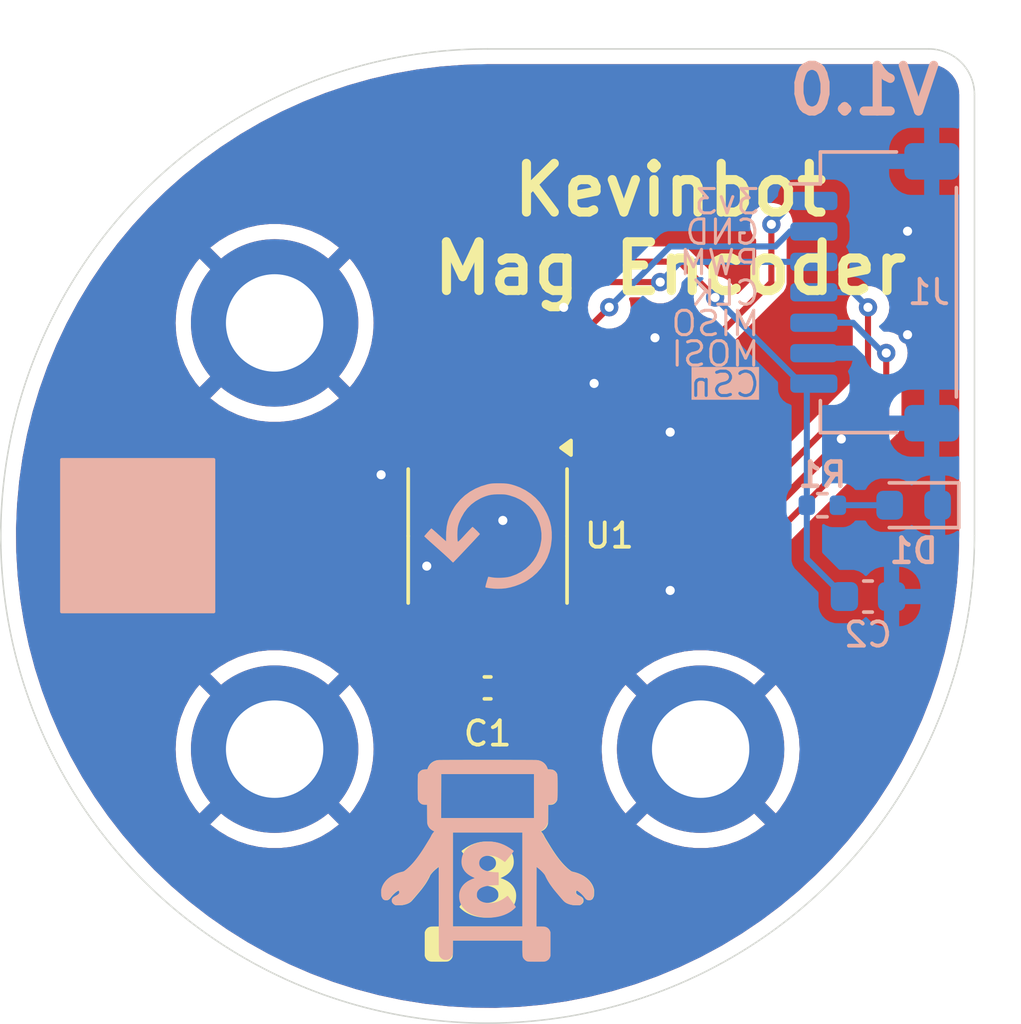
<source format=kicad_pcb>
(kicad_pcb (version 20240108) (generator "pcbnew") (generator_version "8.0")
  (layers (0 "F.Cu" signal) (31 "B.Cu" signal) (34 "B.Paste" user) (35 "F.Paste" user) (36 "B.SilkS" user "B.Silkscreen") (37 "F.SilkS" user "F.Silkscreen") (38 "B.Mask" user) (39 "F.Mask" user) (44 "Edge.Cuts" user))
  (net 0 "")
  (net 1 "VDD")
  (net 2 "GND")
  (net 3 "Net-(J1-Pin_2)")
  (net 4 "Net-(J1-Pin_3)")
  (net 5 "Net-(J1-Pin_5)")
  (net 6 "Net-(J1-Pin_4)")
  (net 7 "Net-(J1-Pin_1)")
  (net 13 "Net-(D1-A)")
  (footprint "MountingHole:MountingHole_3.2mm_M3_ISO14580_Pad" (layer "F.Cu") (at 156.999998 107.012498)
    (property "Reference" "H3" (hide yes))
    (property "Value" "MountingHole_Pad" (hide yes))
    (pad "1" thru_hole circle (at 0 0) (size 5.5 5.5) (drill 3.2) (layers "*.Cu" "*.Mask") (net 2 "GND"))
  )
  (footprint "MountingHole:MountingHole_3.2mm_M3_ISO14580_Pad" (layer "F.Cu") (at 142.999998 93.012498)
    (property "Reference" "H1" (hide yes))
    (property "Value" "MountingHole_Pad" (hide yes))
    (pad "1" thru_hole circle (at 0 0) (size 5.5 5.5) (drill 3.2) (layers "*.Cu" "*.Mask") (net 2 "GND"))
  )
  (footprint "Package_SO:TSSOP-14_4.4x5mm_P0.65mm" (layer "F.Cu") (at 150 100.0125 -90)
    (property "Reference" "U1" (at -0.0125 -4 180) (layer "F.SilkS") (effects (font (size 0.8 0.8) (thickness 0.125))))
    (property "Value" "AS5048A")
    (pad "1" smd roundrect (at -2.8625 -1.95 270) (size 1.475 0.4) (layers "F.Cu" "F.Paste" "F.Mask") (net 7 "Net-(J1-Pin_1)"))
    (pad "2" smd roundrect (at -2.8625 -1.3 270) (size 1.475 0.4) (layers "F.Cu" "F.Paste" "F.Mask") (net 6 "Net-(J1-Pin_4)"))
    (pad "3" smd roundrect (at -2.8625 -0.65 270) (size 1.475 0.4) (layers "F.Cu" "F.Paste" "F.Mask") (net 4 "Net-(J1-Pin_3)"))
    (pad "4" smd roundrect (at -2.8625 0 270) (size 1.475 0.4) (layers "F.Cu" "F.Paste" "F.Mask") (net 3 "Net-(J1-Pin_2)"))
    (pad "5" smd roundrect (at -2.8625 0.65 270) (size 1.475 0.4) (layers "F.Cu" "F.Paste" "F.Mask") (net 2 "GND"))
    (pad "6" smd roundrect (at -2.8625 1.3 270) (size 1.475 0.4) (layers "F.Cu" "F.Paste" "F.Mask"))
    (pad "7" smd roundrect (at -2.8625 1.95 270) (size 1.475 0.4) (layers "F.Cu" "F.Paste" "F.Mask"))
    (pad "8" smd roundrect (at 2.8625 1.95 270) (size 1.475 0.4) (layers "F.Cu" "F.Paste" "F.Mask"))
    (pad "9" smd roundrect (at 2.8625 1.3 270) (size 1.475 0.4) (layers "F.Cu" "F.Paste" "F.Mask"))
    (pad "10" smd roundrect (at 2.8625 0.65 270) (size 1.475 0.4) (layers "F.Cu" "F.Paste" "F.Mask"))
    (pad "11" smd roundrect (at 2.8625 0 270) (size 1.475 0.4) (layers "F.Cu" "F.Paste" "F.Mask") (net 1 "VDD"))
    (pad "12" smd roundrect (at 2.8625 -0.65 270) (size 1.475 0.4) (layers "F.Cu" "F.Paste" "F.Mask") (net 1 "VDD"))
    (pad "13" smd roundrect (at 2.8625 -1.3 270) (size 1.475 0.4) (layers "F.Cu" "F.Paste" "F.Mask") (net 2 "GND"))
    (pad "14" smd roundrect (at 2.8625 -1.95 270) (size 1.475 0.4) (layers "F.Cu" "F.Paste" "F.Mask") (net 5 "Net-(J1-Pin_5)"))
  )
  (footprint "Logo:Logo" (layer "F.Cu") (at 150 110.5)
    (property "Reference" "G***" (hide yes))
    (property "Value" "LOGO" (hide yes))
  )
  (footprint "Capacitor_SMD:C_0402_1005Metric" (layer "F.Cu") (at 150 105)
    (property "Reference" "C1" (at 0 1.5 180) (layer "F.SilkS") (effects (font (size 0.8 0.8) (thickness 0.125))))
    (property "Value" "100nf")
    (pad "1" smd roundrect (at -0.48 0) (size 0.56 0.62) (layers "F.Cu" "F.Paste" "F.Mask") (net 1 "VDD"))
    (pad "2" smd roundrect (at 0.48 0) (size 0.56 0.62) (layers "F.Cu" "F.Paste" "F.Mask") (net 2 "GND"))
  )
  (footprint "MountingHole:MountingHole_3.2mm_M3_ISO14580_Pad" (layer "F.Cu") (at 142.999998 107.012498)
    (property "Reference" "H2" (hide yes))
    (property "Value" "MountingHole_Pad" (hide yes))
    (pad "1" thru_hole circle (at 0 0) (size 5.5 5.5) (drill 3.2) (layers "*.Cu" "*.Mask") (net 2 "GND"))
  )
  (footprint "Resistor_SMD:R_0402_1005Metric" (layer "B.Cu") (at 161 99 180)
    (property "Reference" "R1" (at 0 1 0) (layer "B.SilkS") (effects (font (size 0.8 0.8)) (justify mirror)))
    (property "Value" "130R")
    (pad "1" smd roundrect (at -0.51 0 180) (size 0.54 0.64) (layers "B.Cu" "B.Paste" "B.Mask") (net 13 "Net-(D1-A)"))
    (pad "2" smd roundrect (at 0.51 0 180) (size 0.54 0.64) (layers "B.Cu" "B.Paste" "B.Mask") (net 1 "VDD"))
  )
  (footprint "Connector_JST:JST_SH_SM07B-SRSS-TB_1x07-1MP_P1.00mm_Horizontal" (layer "B.Cu") (at 162.719999 92.006248 -90)
    (property "Reference" "J1" (at -0.006248 -1.780001 360) (layer "B.SilkS") (effects (font (size 0.8 0.8) (thickness 0.125)) (justify mirror)))
    (property "Value" "Conn_01x07_MountingPin")
    (pad "1" smd roundrect (at -3 2 270) (size 0.6 1.55) (layers "B.Cu" "B.Paste" "B.Mask") (net 7 "Net-(J1-Pin_1)"))
    (pad "2" smd roundrect (at -2 2 270) (size 0.6 1.55) (layers "B.Cu" "B.Paste" "B.Mask") (net 3 "Net-(J1-Pin_2)"))
    (pad "3" smd roundrect (at -1 2 270) (size 0.6 1.55) (layers "B.Cu" "B.Paste" "B.Mask") (net 4 "Net-(J1-Pin_3)"))
    (pad "4" smd roundrect (at 0 2 270) (size 0.6 1.55) (layers "B.Cu" "B.Paste" "B.Mask") (net 6 "Net-(J1-Pin_4)"))
    (pad "5" smd roundrect (at 1 2 270) (size 0.6 1.55) (layers "B.Cu" "B.Paste" "B.Mask") (net 5 "Net-(J1-Pin_5)"))
    (pad "6" smd roundrect (at 2 2 270) (size 0.6 1.55) (layers "B.Cu" "B.Paste" "B.Mask") (net 2 "GND"))
    (pad "7" smd roundrect (at 3 2 270) (size 0.6 1.55) (layers "B.Cu" "B.Paste" "B.Mask") (net 1 "VDD"))
    (pad "MP" smd roundrect (at -4.3 -1.875 270) (size 1.2 1.8) (layers "B.Cu" "B.Paste" "B.Mask") (roundrect_rratio 0.208333) (net 2 "GND"))
    (pad "MP" smd roundrect (at 4.3 -1.875 270) (size 1.2 1.8) (layers "B.Cu" "B.Paste" "B.Mask") (roundrect_rratio 0.208333) (net 2 "GND"))
  )
  (footprint "Logo:Logo" (layer "B.Cu") (at 150 110.5 180)
    (property "Reference" "G***" (hide yes))
    (property "Value" "LOGO" (hide yes))
  )
  (footprint "Logo:Spin_Arrow" (layer "B.Cu") (at 150.012916 100.010105 180)
    (property "Reference" "G***" (hide yes))
    (property "Value" "LOGO" (hide yes))
  )
  (footprint "Capacitor_SMD:C_0603_1608Metric" (layer "B.Cu") (at 162.5 102)
    (property "Reference" "C2" (at 0 1.25 0) (layer "B.SilkS") (effects (font (size 0.8 0.8) (thickness 0.125)) (justify mirror)))
    (property "Value" "10uf")
    (pad "1" smd roundrect (at -0.775 0) (size 0.9 0.95) (layers "B.Cu" "B.Paste" "B.Mask") (net 1 "VDD"))
    (pad "2" smd roundrect (at 0.775 0) (size 0.9 0.95) (layers "B.Cu" "B.Paste" "B.Mask") (net 2 "GND"))
  )
  (footprint "LED_SMD:LED_0603_1608Metric" (layer "B.Cu") (at 164 99 180)
    (property "Reference" "D1" (at 0 -1.5 0) (layer "B.SilkS") (effects (font (size 0.8 0.8)) (justify mirror)))
    (property "Value" "LED")
    (pad "1" smd roundrect (at -0.7875 0 180) (size 0.875 0.95) (layers "B.Cu" "B.Paste" "B.Mask") (net 2 "GND"))
    (pad "2" smd roundrect (at 0.7875 0 180) (size 0.875 0.95) (layers "B.Cu" "B.Paste" "B.Mask") (net 13 "Net-(D1-A)"))
  )
  (gr_rect (start 136 97.5) (end 141 102.5) (stroke (width 0.1)) (fill solid) (layer "B.SilkS"))
  (gr_line (start 165.999999 85.512496) (end 165.999999 100) (stroke (width 0.05)) (layer "Edge.Cuts"))
  (gr_arc (start 164.499999 84.012496) (mid 165.560659 84.451836) (end 165.999999 85.512496) (stroke (width 0.05)) (layer "Edge.Cuts"))
  (gr_arc (start 165.999997 100) (mid 138.690706 111.330626) (end 150 84.012496) (stroke (width 0.05)) (layer "Edge.Cuts"))
  (gr_line (start 150 84.012496) (end 164.499999 84.012496) (stroke (width 0.05)) (layer "Edge.Cuts"))
  (gr_text "CSn" (at 159 95.5 0) (layer "B.SilkS" knockout) (effects (font (size 0.8 0.8) (thickness 0.1)) (justify left bottom mirror)))
  (gr_text "V1.0" (at 165 86.25 0) (layer "B.SilkS") (effects (font (size 1.5 1.5) (thickness 0.3) (bold yes)) (justify left bottom mirror)))
  (gr_text "3v3" (at 159 89.5 0) (layer "B.SilkS") (effects (font (size 0.8 0.8) (thickness 0.1)) (justify left bottom mirror)))
  (gr_text "GND" (at 159 90.5 0) (layer "B.SilkS") (effects (font (size 0.8 0.8) (thickness 0.1)) (justify left bottom mirror)))
  (gr_text "PWM" (at 159 91.5 0) (layer "B.SilkS") (effects (font (size 0.8 0.8) (thickness 0.1)) (justify left bottom mirror)))
  (gr_text "MISO" (at 159 93.5 0) (layer "B.SilkS") (effects (font (size 0.8 0.8) (thickness 0.1)) (justify left bottom mirror)))
  (gr_text "CLK" (at 159 92.5 0) (layer "B.SilkS") (effects (font (size 0.8 0.8) (thickness 0.1)) (justify left bottom mirror)))
  (gr_text "MOSI" (at 159 94.5 0) (layer "B.SilkS") (effects (font (size 0.8 0.8) (thickness 0.1)) (justify left bottom mirror)))
  (gr_text_box "Kevinbot\nMag Encoder" (start 146.856127 86.51068) (end 165.143873 93) (layer "F.SilkS") (effects (font (size 1.6 1.6) (thickness 0.3) (bold yes)) (justify top)) (border no))
  (segment (start 150.349999 103.9125) (end 150.65 103.612499) (width 0.2) (layer "F.Cu") (net 1))
  (segment (start 149.52 103.9325) (end 149.5 103.9125) (width 0.2) (layer "F.Cu") (net 1))
  (segment (start 156.298199 91) (end 152.328358 91) (width 0.2) (layer "F.Cu") (net 1))
  (segment (start 149.5 103.9125) (end 150.349999 103.9125) (width 0.2) (layer "F.Cu") (net 1))
  (segment (start 150 102.875) (end 150.65 102.875) (width 0.2) (layer "F.Cu") (net 1))
  (segment (start 147.7125 103.9125) (end 149.5 103.9125) (width 0.2) (layer "F.Cu") (net 1))
  (segment (start 150.65 103.612499) (end 150.65 102.875) (width 0.2) (layer "F.Cu") (net 1))
  (segment (start 147.15 96.178358) (end 147.15 103.35) (width 0.2) (layer "F.Cu") (net 1))
  (segment (start 149.52 105) (end 149.52 103.9325) (width 0.2) (layer "F.Cu") (net 1))
  (segment (start 147.15 103.35) (end 147.7125 103.9125) (width 0.2) (layer "F.Cu") (net 1))
  (segment (start 157.474835 92.176636) (end 156.298199 91) (width 0.2) (layer "F.Cu") (net 1))
  (segment (start 152.328358 91) (end 147.15 96.178358) (width 0.2) (layer "F.Cu") (net 1))
  (via (at 157.474835 92.176636) (size 0.6) (drill 0.3) (layers "F.Cu" "B.Cu") (net 1))
  (segment (start 157.474835 92.176636) (end 160.304447 95.006248) (width 0.2) (layer "B.Cu") (net 1))
  (segment (start 160.49 99) (end 160.49 95.236247) (width 0.2) (layer "B.Cu") (net 1))
  (segment (start 160.49 99) (end 160.49 100.765) (width 0.2) (layer "B.Cu") (net 1))
  (segment (start 160.49 95.236247) (end 160.719999 95.006248) (width 0.2) (layer "B.Cu") (net 1))
  (segment (start 160.49 100.765) (end 161.725 102) (width 0.2) (layer "B.Cu") (net 1))
  (segment (start 160.304447 95.006248) (end 160.719999 95.006248) (width 0.2) (layer "B.Cu") (net 1))
  (segment (start 151.3 101.6) (end 151.3 102.875) (width 0.2) (layer "F.Cu") (net 2))
  (segment (start 151.3 104.18) (end 151.3 102.875) (width 0.2) (layer "F.Cu") (net 2))
  (segment (start 149.35 97.15) (end 149.35 95.8) (width 0.2) (layer "F.Cu") (net 2))
  (segment (start 150.48 105) (end 151.3 104.18) (width 0.2) (layer "F.Cu") (net 2))
  (via (at 156 101.8) (size 0.6) (drill 0.3) (layers "F.Cu" "B.Cu") (net 2))
  (via (at 155.5 93.5) (size 0.6) (drill 0.3) (layers "F.Cu" "B.Cu") (net 2))
  (via (at 161.624265 96.824265) (size 0.6) (drill 0.3) (layers "F.Cu" "B.Cu") (net 2))
  (via (at 148 101) (size 0.6) (drill 0.3) (layers "F.Cu" "B.Cu") (net 2))
  (via (at 153.5 95) (size 0.6) (drill 0.3) (layers "F.Cu" "B.Cu") (net 2))
  (via (at 163.8 90) (size 0.6) (drill 0.3) (layers "F.Cu" "B.Cu") (net 2))
  (via (at 150.5 99.5) (size 0.6) (drill 0.3) (layers "F.Cu" "B.Cu") (net 2))
  (via (at 152.5 92.5) (size 0.6) (drill 0.3) (layers "F.Cu" "B.Cu") (net 2))
  (via (at 156 96.6) (size 0.6) (drill 0.3) (layers "F.Cu" "B.Cu") (net 2))
  (via (at 163.8 93.4) (size 0.6) (drill 0.3) (layers "F.Cu" "B.Cu") (net 2))
  (via (at 146.5 98) (size 0.6) (drill 0.3) (layers "F.Cu" "B.Cu") (net 2))
  (segment (start 153.997022 92.497022) (end 150 96.494044) (width 0.2) (layer "F.Cu") (net 3))
  (segment (start 150 96.494044) (end 150 97.15) (width 0.2) (layer "F.Cu") (net 3))
  (via (at 153.997022 92.497022) (size 0.6) (drill 0.3) (layers "F.Cu" "B.Cu") (net 3))
  (segment (start 153.997022 92.497022) (end 155.994044 90.5) (width 0.2) (layer "B.Cu") (net 3))
  (segment (start 155.994044 90.5) (end 159.451248 90.5) (width 0.2) (layer "B.Cu") (net 3))
  (segment (start 159.451248 90.5) (end 159.945 90.006248) (width 0.2) (layer "B.Cu") (net 3))
  (segment (start 159.945 90.006248) (end 160.719999 90.006248) (width 0.2) (layer "B.Cu") (net 3))
  (segment (start 149.587499 98.95) (end 150.65 97.887499) (width 0.2) (layer "F.Cu") (net 4))
  (segment (start 148.544044 98.95) (end 149.587499 98.95) (width 0.2) (layer "F.Cu") (net 4))
  (segment (start 147.55 97.955956) (end 148.544044 98.95) (width 0.2) (layer "F.Cu") (net 4))
  (segment (start 152.222757 91.671287) (end 147.55 96.344044) (width 0.2) (layer "F.Cu") (net 4))
  (segment (start 155.671287 91.671287) (end 152.222757 91.671287) (width 0.2) (layer "F.Cu") (net 4))
  (segment (start 150.65 97.887499) (end 150.65 97.15) (width 0.2) (layer "F.Cu") (net 4))
  (segment (start 147.55 96.344044) (end 147.55 97.955956) (width 0.2) (layer "F.Cu") (net 4))
  (via (at 155.671287 91.671287) (size 0.6) (drill 0.3) (layers "F.Cu" "B.Cu") (net 4))
  (segment (start 155.671287 91.671287) (end 156.336326 91.006248) (width 0.2) (layer "B.Cu") (net 4))
  (segment (start 156.336326 91.006248) (end 160.719999 91.006248) (width 0.2) (layer "B.Cu") (net 4))
  (segment (start 162.45 96.95) (end 163.1 96.3) (width 0.2) (layer "F.Cu") (net 5))
  (segment (start 162.45 96.95) (end 156.525 102.875) (width 0.2) (layer "F.Cu") (net 5))
  (segment (start 156.525 102.875) (end 151.95 102.875) (width 0.2) (layer "F.Cu") (net 5))
  (segment (start 163.1 96.3) (end 163.1 94) (width 0.2) (layer "F.Cu") (net 5))
  (via (at 163.1 94) (size 0.6) (drill 0.3) (layers "F.Cu" "B.Cu") (net 5))
  (segment (start 162.006248 93.006248) (end 160.719999 93.006248) (width 0.2) (layer "B.Cu") (net 5))
  (segment (start 163 94) (end 162.006248 93.006248) (width 0.2) (layer "B.Cu") (net 5))
  (segment (start 163.1 94) (end 163 94) (width 0.2) (layer "B.Cu") (net 5))
  (segment (start 159.4125 98.1875) (end 151.600001 98.1875) (width 0.2) (layer "F.Cu") (net 6))
  (segment (start 162 95.6) (end 162.5 95.1) (width 0.2) (layer "F.Cu") (net 6))
  (segment (start 151.600001 98.1875) (end 151.3 97.887499) (width 0.2) (layer "F.Cu") (net 6))
  (segment (start 151.3 97.887499) (end 151.3 97.15) (width 0.2) (layer "F.Cu") (net 6))
  (segment (start 162 95.6) (end 159.4125 98.1875) (width 0.2) (layer "F.Cu") (net 6))
  (segment (start 162.5 95.1) (end 162.5 92.5) (width 0.2) (layer "F.Cu") (net 6))
  (via (at 162.5 92.5) (size 0.6) (drill 0.3) (layers "F.Cu" "B.Cu") (net 6))
  (segment (start 162.006248 92.006248) (end 160.719999 92.006248) (width 0.2) (layer "B.Cu") (net 6))
  (segment (start 162.5 92.5) (end 162.006248 92.006248) (width 0.2) (layer "B.Cu") (net 6))
  (segment (start 153.85 97.15) (end 151.95 97.15) (width 0.2) (layer "F.Cu") (net 7))
  (segment (start 159.325 91.675) (end 153.85 97.15) (width 0.2) (layer "F.Cu") (net 7))
  (segment (start 159.325 89.775) (end 159.325 91.675) (width 0.2) (layer "F.Cu") (net 7))
  (via (at 159.325 89.775) (size 0.6) (drill 0.3) (layers "F.Cu" "B.Cu") (net 7))
  (segment (start 159.325 89.775) (end 160.093752 89.006248) (width 0.2) (layer "B.Cu") (net 7))
  (segment (start 160.093752 89.006248) (end 160.719999 89.006248) (width 0.2) (layer "B.Cu") (net 7))
  (segment (start 163.2125 99) (end 161.51 99) (width 0.2) (layer "B.Cu") (net 13))
  (zone (net 2) (net_name "GND") (layers "F&B.Cu") (connect_pads (clearance 0.4)) (min_thickness 0.1) (fill yes (thermal_gap 0.5) (thermal_bridge_width 0.5))
    (polygon (pts (arc (start 164.4 84.4) (mid 165.248528 84.751472) (end 165.6 85.6)) (arc (start 165.6 100) (mid 138.969134 111.030866) (end 150 84.4))))
  )
)
</source>
